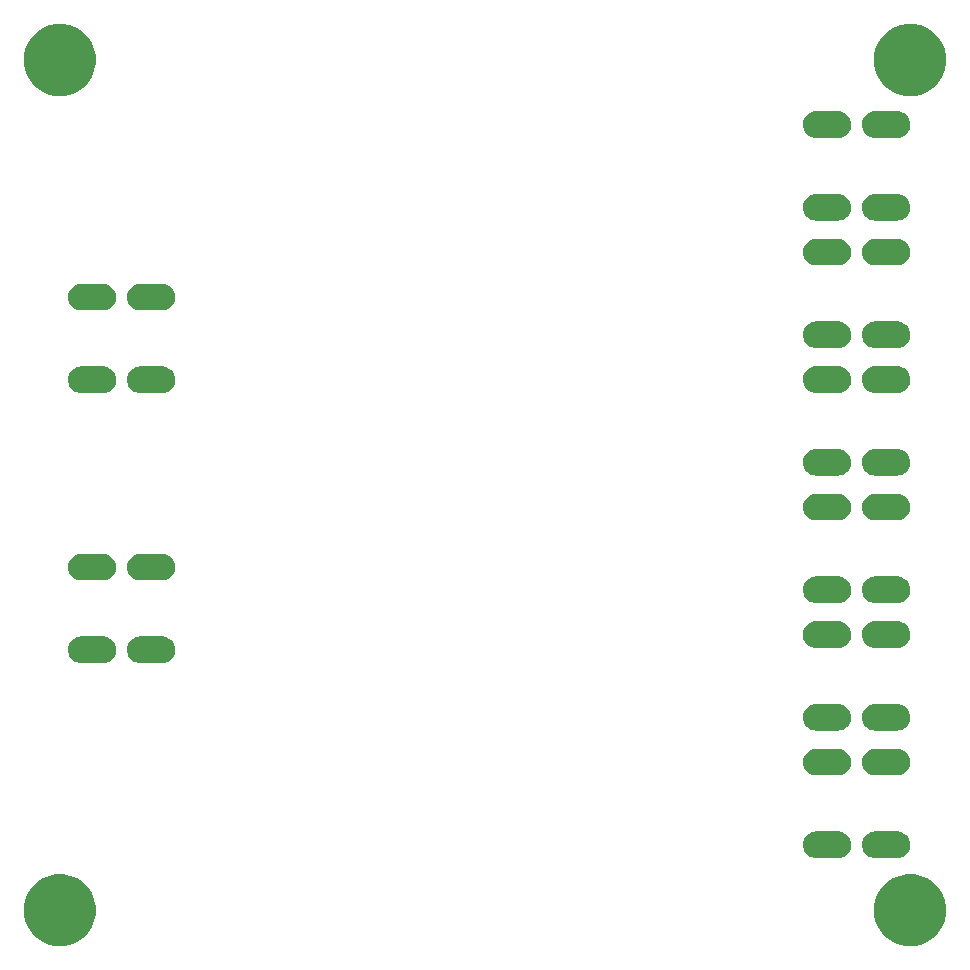
<source format=gbr>
G04 #@! TF.GenerationSoftware,KiCad,Pcbnew,(5.0.2)-1*
G04 #@! TF.CreationDate,2019-05-25T13:24:06-02:30*
G04 #@! TF.ProjectId,PowerPCB,506f7765-7250-4434-922e-6b696361645f,rev?*
G04 #@! TF.SameCoordinates,Original*
G04 #@! TF.FileFunction,Soldermask,Bot*
G04 #@! TF.FilePolarity,Negative*
%FSLAX46Y46*%
G04 Gerber Fmt 4.6, Leading zero omitted, Abs format (unit mm)*
G04 Created by KiCad (PCBNEW (5.0.2)-1) date 5/25/2019 1:24:06 PM*
%MOMM*%
%LPD*%
G01*
G04 APERTURE LIST*
%ADD10C,0.100000*%
G04 APERTURE END LIST*
D10*
G36*
X132889941Y-137066248D02*
X132889943Y-137066249D01*
X132889944Y-137066249D01*
X133445190Y-137296239D01*
X133445191Y-137296240D01*
X133944902Y-137630136D01*
X134369864Y-138055098D01*
X134369866Y-138055101D01*
X134703761Y-138554810D01*
X134933751Y-139110056D01*
X135051000Y-139699503D01*
X135051000Y-140300497D01*
X134933751Y-140889944D01*
X134703761Y-141445190D01*
X134703760Y-141445191D01*
X134369864Y-141944902D01*
X133944902Y-142369864D01*
X133944899Y-142369866D01*
X133445190Y-142703761D01*
X132889944Y-142933751D01*
X132889943Y-142933751D01*
X132889941Y-142933752D01*
X132300499Y-143051000D01*
X131699501Y-143051000D01*
X131110059Y-142933752D01*
X131110057Y-142933751D01*
X131110056Y-142933751D01*
X130554810Y-142703761D01*
X130055101Y-142369866D01*
X130055098Y-142369864D01*
X129630136Y-141944902D01*
X129296240Y-141445191D01*
X129296239Y-141445190D01*
X129066249Y-140889944D01*
X128949000Y-140300497D01*
X128949000Y-139699503D01*
X129066249Y-139110056D01*
X129296239Y-138554810D01*
X129630134Y-138055101D01*
X129630136Y-138055098D01*
X130055098Y-137630136D01*
X130554809Y-137296240D01*
X130554810Y-137296239D01*
X131110056Y-137066249D01*
X131110057Y-137066249D01*
X131110059Y-137066248D01*
X131699501Y-136949000D01*
X132300499Y-136949000D01*
X132889941Y-137066248D01*
X132889941Y-137066248D01*
G37*
G36*
X60889941Y-137066248D02*
X60889943Y-137066249D01*
X60889944Y-137066249D01*
X61445190Y-137296239D01*
X61445191Y-137296240D01*
X61944902Y-137630136D01*
X62369864Y-138055098D01*
X62369866Y-138055101D01*
X62703761Y-138554810D01*
X62933751Y-139110056D01*
X63051000Y-139699503D01*
X63051000Y-140300497D01*
X62933751Y-140889944D01*
X62703761Y-141445190D01*
X62703760Y-141445191D01*
X62369864Y-141944902D01*
X61944902Y-142369864D01*
X61944899Y-142369866D01*
X61445190Y-142703761D01*
X60889944Y-142933751D01*
X60889943Y-142933751D01*
X60889941Y-142933752D01*
X60300499Y-143051000D01*
X59699501Y-143051000D01*
X59110059Y-142933752D01*
X59110057Y-142933751D01*
X59110056Y-142933751D01*
X58554810Y-142703761D01*
X58055101Y-142369866D01*
X58055098Y-142369864D01*
X57630136Y-141944902D01*
X57296240Y-141445191D01*
X57296239Y-141445190D01*
X57066249Y-140889944D01*
X56949000Y-140300497D01*
X56949000Y-139699503D01*
X57066249Y-139110056D01*
X57296239Y-138554810D01*
X57630134Y-138055101D01*
X57630136Y-138055098D01*
X58055098Y-137630136D01*
X58554809Y-137296240D01*
X58554810Y-137296239D01*
X59110056Y-137066249D01*
X59110057Y-137066249D01*
X59110059Y-137066248D01*
X59699501Y-136949000D01*
X60300499Y-136949000D01*
X60889941Y-137066248D01*
X60889941Y-137066248D01*
G37*
G36*
X131005456Y-133329431D02*
X131115735Y-133340292D01*
X131257236Y-133383216D01*
X131327987Y-133404678D01*
X131393190Y-133439530D01*
X131523599Y-133509235D01*
X131695055Y-133649945D01*
X131835765Y-133821401D01*
X131905470Y-133951810D01*
X131940322Y-134017013D01*
X131940322Y-134017014D01*
X132004708Y-134229265D01*
X132026448Y-134450000D01*
X132004708Y-134670735D01*
X131961784Y-134812236D01*
X131940322Y-134882987D01*
X131905470Y-134948190D01*
X131835765Y-135078599D01*
X131695055Y-135250055D01*
X131523599Y-135390765D01*
X131393190Y-135460470D01*
X131327987Y-135495322D01*
X131257236Y-135516784D01*
X131115735Y-135559708D01*
X131005456Y-135570569D01*
X130950317Y-135576000D01*
X128989683Y-135576000D01*
X128934544Y-135570569D01*
X128824265Y-135559708D01*
X128682764Y-135516784D01*
X128612013Y-135495322D01*
X128546810Y-135460470D01*
X128416401Y-135390765D01*
X128244945Y-135250055D01*
X128104235Y-135078599D01*
X128034530Y-134948190D01*
X127999678Y-134882987D01*
X127978216Y-134812236D01*
X127935292Y-134670735D01*
X127913552Y-134450000D01*
X127935292Y-134229265D01*
X127999678Y-134017014D01*
X127999678Y-134017013D01*
X128034530Y-133951810D01*
X128104235Y-133821401D01*
X128244945Y-133649945D01*
X128416401Y-133509235D01*
X128546810Y-133439530D01*
X128612013Y-133404678D01*
X128682764Y-133383216D01*
X128824265Y-133340292D01*
X128934544Y-133329431D01*
X128989683Y-133324000D01*
X130950317Y-133324000D01*
X131005456Y-133329431D01*
X131005456Y-133329431D01*
G37*
G36*
X126005456Y-133329431D02*
X126115735Y-133340292D01*
X126257236Y-133383216D01*
X126327987Y-133404678D01*
X126393190Y-133439530D01*
X126523599Y-133509235D01*
X126695055Y-133649945D01*
X126835765Y-133821401D01*
X126905470Y-133951810D01*
X126940322Y-134017013D01*
X126940322Y-134017014D01*
X127004708Y-134229265D01*
X127026448Y-134450000D01*
X127004708Y-134670735D01*
X126961784Y-134812236D01*
X126940322Y-134882987D01*
X126905470Y-134948190D01*
X126835765Y-135078599D01*
X126695055Y-135250055D01*
X126523599Y-135390765D01*
X126393190Y-135460470D01*
X126327987Y-135495322D01*
X126257236Y-135516784D01*
X126115735Y-135559708D01*
X126005456Y-135570569D01*
X125950317Y-135576000D01*
X123989683Y-135576000D01*
X123934544Y-135570569D01*
X123824265Y-135559708D01*
X123682764Y-135516784D01*
X123612013Y-135495322D01*
X123546810Y-135460470D01*
X123416401Y-135390765D01*
X123244945Y-135250055D01*
X123104235Y-135078599D01*
X123034530Y-134948190D01*
X122999678Y-134882987D01*
X122978216Y-134812236D01*
X122935292Y-134670735D01*
X122913552Y-134450000D01*
X122935292Y-134229265D01*
X122999678Y-134017014D01*
X122999678Y-134017013D01*
X123034530Y-133951810D01*
X123104235Y-133821401D01*
X123244945Y-133649945D01*
X123416401Y-133509235D01*
X123546810Y-133439530D01*
X123612013Y-133404678D01*
X123682764Y-133383216D01*
X123824265Y-133340292D01*
X123934544Y-133329431D01*
X123989683Y-133324000D01*
X125950317Y-133324000D01*
X126005456Y-133329431D01*
X126005456Y-133329431D01*
G37*
G36*
X131005456Y-126329431D02*
X131115735Y-126340292D01*
X131257236Y-126383216D01*
X131327987Y-126404678D01*
X131393190Y-126439530D01*
X131523599Y-126509235D01*
X131695055Y-126649945D01*
X131835765Y-126821401D01*
X131905470Y-126951810D01*
X131940322Y-127017013D01*
X131940322Y-127017014D01*
X132004708Y-127229265D01*
X132026448Y-127450000D01*
X132004708Y-127670735D01*
X131961784Y-127812236D01*
X131940322Y-127882987D01*
X131905470Y-127948190D01*
X131835765Y-128078599D01*
X131695055Y-128250055D01*
X131523599Y-128390765D01*
X131393190Y-128460470D01*
X131327987Y-128495322D01*
X131257236Y-128516784D01*
X131115735Y-128559708D01*
X131005456Y-128570569D01*
X130950317Y-128576000D01*
X128989683Y-128576000D01*
X128934544Y-128570569D01*
X128824265Y-128559708D01*
X128682764Y-128516784D01*
X128612013Y-128495322D01*
X128546810Y-128460470D01*
X128416401Y-128390765D01*
X128244945Y-128250055D01*
X128104235Y-128078599D01*
X128034530Y-127948190D01*
X127999678Y-127882987D01*
X127978216Y-127812236D01*
X127935292Y-127670735D01*
X127913552Y-127450000D01*
X127935292Y-127229265D01*
X127999678Y-127017014D01*
X127999678Y-127017013D01*
X128034530Y-126951810D01*
X128104235Y-126821401D01*
X128244945Y-126649945D01*
X128416401Y-126509235D01*
X128546810Y-126439530D01*
X128612013Y-126404678D01*
X128682764Y-126383216D01*
X128824265Y-126340292D01*
X128934544Y-126329431D01*
X128989683Y-126324000D01*
X130950317Y-126324000D01*
X131005456Y-126329431D01*
X131005456Y-126329431D01*
G37*
G36*
X126005456Y-126329431D02*
X126115735Y-126340292D01*
X126257236Y-126383216D01*
X126327987Y-126404678D01*
X126393190Y-126439530D01*
X126523599Y-126509235D01*
X126695055Y-126649945D01*
X126835765Y-126821401D01*
X126905470Y-126951810D01*
X126940322Y-127017013D01*
X126940322Y-127017014D01*
X127004708Y-127229265D01*
X127026448Y-127450000D01*
X127004708Y-127670735D01*
X126961784Y-127812236D01*
X126940322Y-127882987D01*
X126905470Y-127948190D01*
X126835765Y-128078599D01*
X126695055Y-128250055D01*
X126523599Y-128390765D01*
X126393190Y-128460470D01*
X126327987Y-128495322D01*
X126257236Y-128516784D01*
X126115735Y-128559708D01*
X126005456Y-128570569D01*
X125950317Y-128576000D01*
X123989683Y-128576000D01*
X123934544Y-128570569D01*
X123824265Y-128559708D01*
X123682764Y-128516784D01*
X123612013Y-128495322D01*
X123546810Y-128460470D01*
X123416401Y-128390765D01*
X123244945Y-128250055D01*
X123104235Y-128078599D01*
X123034530Y-127948190D01*
X122999678Y-127882987D01*
X122978216Y-127812236D01*
X122935292Y-127670735D01*
X122913552Y-127450000D01*
X122935292Y-127229265D01*
X122999678Y-127017014D01*
X122999678Y-127017013D01*
X123034530Y-126951810D01*
X123104235Y-126821401D01*
X123244945Y-126649945D01*
X123416401Y-126509235D01*
X123546810Y-126439530D01*
X123612013Y-126404678D01*
X123682764Y-126383216D01*
X123824265Y-126340292D01*
X123934544Y-126329431D01*
X123989683Y-126324000D01*
X125950317Y-126324000D01*
X126005456Y-126329431D01*
X126005456Y-126329431D01*
G37*
G36*
X126005456Y-122534431D02*
X126115735Y-122545292D01*
X126257236Y-122588216D01*
X126327987Y-122609678D01*
X126393190Y-122644530D01*
X126523599Y-122714235D01*
X126695055Y-122854945D01*
X126835765Y-123026401D01*
X126905470Y-123156810D01*
X126940322Y-123222013D01*
X126940322Y-123222014D01*
X127004708Y-123434265D01*
X127026448Y-123655000D01*
X127004708Y-123875735D01*
X126961784Y-124017236D01*
X126940322Y-124087987D01*
X126905470Y-124153190D01*
X126835765Y-124283599D01*
X126695055Y-124455055D01*
X126523599Y-124595765D01*
X126393190Y-124665470D01*
X126327987Y-124700322D01*
X126257236Y-124721784D01*
X126115735Y-124764708D01*
X126005456Y-124775569D01*
X125950317Y-124781000D01*
X123989683Y-124781000D01*
X123934544Y-124775569D01*
X123824265Y-124764708D01*
X123682764Y-124721784D01*
X123612013Y-124700322D01*
X123546810Y-124665470D01*
X123416401Y-124595765D01*
X123244945Y-124455055D01*
X123104235Y-124283599D01*
X123034530Y-124153190D01*
X122999678Y-124087987D01*
X122978216Y-124017236D01*
X122935292Y-123875735D01*
X122913552Y-123655000D01*
X122935292Y-123434265D01*
X122999678Y-123222014D01*
X122999678Y-123222013D01*
X123034530Y-123156810D01*
X123104235Y-123026401D01*
X123244945Y-122854945D01*
X123416401Y-122714235D01*
X123546810Y-122644530D01*
X123612013Y-122609678D01*
X123682764Y-122588216D01*
X123824265Y-122545292D01*
X123934544Y-122534431D01*
X123989683Y-122529000D01*
X125950317Y-122529000D01*
X126005456Y-122534431D01*
X126005456Y-122534431D01*
G37*
G36*
X131005456Y-122534431D02*
X131115735Y-122545292D01*
X131257236Y-122588216D01*
X131327987Y-122609678D01*
X131393190Y-122644530D01*
X131523599Y-122714235D01*
X131695055Y-122854945D01*
X131835765Y-123026401D01*
X131905470Y-123156810D01*
X131940322Y-123222013D01*
X131940322Y-123222014D01*
X132004708Y-123434265D01*
X132026448Y-123655000D01*
X132004708Y-123875735D01*
X131961784Y-124017236D01*
X131940322Y-124087987D01*
X131905470Y-124153190D01*
X131835765Y-124283599D01*
X131695055Y-124455055D01*
X131523599Y-124595765D01*
X131393190Y-124665470D01*
X131327987Y-124700322D01*
X131257236Y-124721784D01*
X131115735Y-124764708D01*
X131005456Y-124775569D01*
X130950317Y-124781000D01*
X128989683Y-124781000D01*
X128934544Y-124775569D01*
X128824265Y-124764708D01*
X128682764Y-124721784D01*
X128612013Y-124700322D01*
X128546810Y-124665470D01*
X128416401Y-124595765D01*
X128244945Y-124455055D01*
X128104235Y-124283599D01*
X128034530Y-124153190D01*
X127999678Y-124087987D01*
X127978216Y-124017236D01*
X127935292Y-123875735D01*
X127913552Y-123655000D01*
X127935292Y-123434265D01*
X127999678Y-123222014D01*
X127999678Y-123222013D01*
X128034530Y-123156810D01*
X128104235Y-123026401D01*
X128244945Y-122854945D01*
X128416401Y-122714235D01*
X128546810Y-122644530D01*
X128612013Y-122609678D01*
X128682764Y-122588216D01*
X128824265Y-122545292D01*
X128934544Y-122534431D01*
X128989683Y-122529000D01*
X130950317Y-122529000D01*
X131005456Y-122534431D01*
X131005456Y-122534431D01*
G37*
G36*
X68775456Y-116819431D02*
X68885735Y-116830292D01*
X69027236Y-116873216D01*
X69097987Y-116894678D01*
X69163190Y-116929530D01*
X69293599Y-116999235D01*
X69465055Y-117139945D01*
X69605765Y-117311401D01*
X69675470Y-117441810D01*
X69710322Y-117507013D01*
X69710322Y-117507014D01*
X69774708Y-117719265D01*
X69796448Y-117940000D01*
X69774708Y-118160735D01*
X69731784Y-118302236D01*
X69710322Y-118372987D01*
X69675470Y-118438190D01*
X69605765Y-118568599D01*
X69465055Y-118740055D01*
X69293599Y-118880765D01*
X69163190Y-118950470D01*
X69097987Y-118985322D01*
X69027236Y-119006784D01*
X68885735Y-119049708D01*
X68775456Y-119060569D01*
X68720317Y-119066000D01*
X66759683Y-119066000D01*
X66704544Y-119060569D01*
X66594265Y-119049708D01*
X66452764Y-119006784D01*
X66382013Y-118985322D01*
X66316810Y-118950470D01*
X66186401Y-118880765D01*
X66014945Y-118740055D01*
X65874235Y-118568599D01*
X65804530Y-118438190D01*
X65769678Y-118372987D01*
X65748216Y-118302236D01*
X65705292Y-118160735D01*
X65683552Y-117940000D01*
X65705292Y-117719265D01*
X65769678Y-117507014D01*
X65769678Y-117507013D01*
X65804530Y-117441810D01*
X65874235Y-117311401D01*
X66014945Y-117139945D01*
X66186401Y-116999235D01*
X66316810Y-116929530D01*
X66382013Y-116894678D01*
X66452764Y-116873216D01*
X66594265Y-116830292D01*
X66704544Y-116819431D01*
X66759683Y-116814000D01*
X68720317Y-116814000D01*
X68775456Y-116819431D01*
X68775456Y-116819431D01*
G37*
G36*
X63775456Y-116819431D02*
X63885735Y-116830292D01*
X64027236Y-116873216D01*
X64097987Y-116894678D01*
X64163190Y-116929530D01*
X64293599Y-116999235D01*
X64465055Y-117139945D01*
X64605765Y-117311401D01*
X64675470Y-117441810D01*
X64710322Y-117507013D01*
X64710322Y-117507014D01*
X64774708Y-117719265D01*
X64796448Y-117940000D01*
X64774708Y-118160735D01*
X64731784Y-118302236D01*
X64710322Y-118372987D01*
X64675470Y-118438190D01*
X64605765Y-118568599D01*
X64465055Y-118740055D01*
X64293599Y-118880765D01*
X64163190Y-118950470D01*
X64097987Y-118985322D01*
X64027236Y-119006784D01*
X63885735Y-119049708D01*
X63775456Y-119060569D01*
X63720317Y-119066000D01*
X61759683Y-119066000D01*
X61704544Y-119060569D01*
X61594265Y-119049708D01*
X61452764Y-119006784D01*
X61382013Y-118985322D01*
X61316810Y-118950470D01*
X61186401Y-118880765D01*
X61014945Y-118740055D01*
X60874235Y-118568599D01*
X60804530Y-118438190D01*
X60769678Y-118372987D01*
X60748216Y-118302236D01*
X60705292Y-118160735D01*
X60683552Y-117940000D01*
X60705292Y-117719265D01*
X60769678Y-117507014D01*
X60769678Y-117507013D01*
X60804530Y-117441810D01*
X60874235Y-117311401D01*
X61014945Y-117139945D01*
X61186401Y-116999235D01*
X61316810Y-116929530D01*
X61382013Y-116894678D01*
X61452764Y-116873216D01*
X61594265Y-116830292D01*
X61704544Y-116819431D01*
X61759683Y-116814000D01*
X63720317Y-116814000D01*
X63775456Y-116819431D01*
X63775456Y-116819431D01*
G37*
G36*
X131005456Y-115534431D02*
X131115735Y-115545292D01*
X131257236Y-115588216D01*
X131327987Y-115609678D01*
X131393190Y-115644530D01*
X131523599Y-115714235D01*
X131695055Y-115854945D01*
X131835765Y-116026401D01*
X131905470Y-116156810D01*
X131940322Y-116222013D01*
X131940322Y-116222014D01*
X132004708Y-116434265D01*
X132026448Y-116655000D01*
X132004708Y-116875735D01*
X131967244Y-116999235D01*
X131940322Y-117087987D01*
X131905470Y-117153190D01*
X131835765Y-117283599D01*
X131695055Y-117455055D01*
X131523599Y-117595765D01*
X131393190Y-117665470D01*
X131327987Y-117700322D01*
X131265540Y-117719265D01*
X131115735Y-117764708D01*
X131005456Y-117775569D01*
X130950317Y-117781000D01*
X128989683Y-117781000D01*
X128934544Y-117775569D01*
X128824265Y-117764708D01*
X128674460Y-117719265D01*
X128612013Y-117700322D01*
X128546810Y-117665470D01*
X128416401Y-117595765D01*
X128244945Y-117455055D01*
X128104235Y-117283599D01*
X128034530Y-117153190D01*
X127999678Y-117087987D01*
X127972756Y-116999235D01*
X127935292Y-116875735D01*
X127913552Y-116655000D01*
X127935292Y-116434265D01*
X127999678Y-116222014D01*
X127999678Y-116222013D01*
X128034530Y-116156810D01*
X128104235Y-116026401D01*
X128244945Y-115854945D01*
X128416401Y-115714235D01*
X128546810Y-115644530D01*
X128612013Y-115609678D01*
X128682764Y-115588216D01*
X128824265Y-115545292D01*
X128934544Y-115534431D01*
X128989683Y-115529000D01*
X130950317Y-115529000D01*
X131005456Y-115534431D01*
X131005456Y-115534431D01*
G37*
G36*
X126005456Y-115534431D02*
X126115735Y-115545292D01*
X126257236Y-115588216D01*
X126327987Y-115609678D01*
X126393190Y-115644530D01*
X126523599Y-115714235D01*
X126695055Y-115854945D01*
X126835765Y-116026401D01*
X126905470Y-116156810D01*
X126940322Y-116222013D01*
X126940322Y-116222014D01*
X127004708Y-116434265D01*
X127026448Y-116655000D01*
X127004708Y-116875735D01*
X126967244Y-116999235D01*
X126940322Y-117087987D01*
X126905470Y-117153190D01*
X126835765Y-117283599D01*
X126695055Y-117455055D01*
X126523599Y-117595765D01*
X126393190Y-117665470D01*
X126327987Y-117700322D01*
X126265540Y-117719265D01*
X126115735Y-117764708D01*
X126005456Y-117775569D01*
X125950317Y-117781000D01*
X123989683Y-117781000D01*
X123934544Y-117775569D01*
X123824265Y-117764708D01*
X123674460Y-117719265D01*
X123612013Y-117700322D01*
X123546810Y-117665470D01*
X123416401Y-117595765D01*
X123244945Y-117455055D01*
X123104235Y-117283599D01*
X123034530Y-117153190D01*
X122999678Y-117087987D01*
X122972756Y-116999235D01*
X122935292Y-116875735D01*
X122913552Y-116655000D01*
X122935292Y-116434265D01*
X122999678Y-116222014D01*
X122999678Y-116222013D01*
X123034530Y-116156810D01*
X123104235Y-116026401D01*
X123244945Y-115854945D01*
X123416401Y-115714235D01*
X123546810Y-115644530D01*
X123612013Y-115609678D01*
X123682764Y-115588216D01*
X123824265Y-115545292D01*
X123934544Y-115534431D01*
X123989683Y-115529000D01*
X125950317Y-115529000D01*
X126005456Y-115534431D01*
X126005456Y-115534431D01*
G37*
G36*
X126005456Y-111739431D02*
X126115735Y-111750292D01*
X126257236Y-111793216D01*
X126327987Y-111814678D01*
X126393190Y-111849530D01*
X126523599Y-111919235D01*
X126695055Y-112059945D01*
X126835765Y-112231401D01*
X126905470Y-112361810D01*
X126940322Y-112427013D01*
X126940322Y-112427014D01*
X127004708Y-112639265D01*
X127026448Y-112860000D01*
X127004708Y-113080735D01*
X126961784Y-113222236D01*
X126940322Y-113292987D01*
X126905470Y-113358190D01*
X126835765Y-113488599D01*
X126695055Y-113660055D01*
X126523599Y-113800765D01*
X126393190Y-113870470D01*
X126327987Y-113905322D01*
X126257236Y-113926784D01*
X126115735Y-113969708D01*
X126005456Y-113980569D01*
X125950317Y-113986000D01*
X123989683Y-113986000D01*
X123934544Y-113980569D01*
X123824265Y-113969708D01*
X123682764Y-113926784D01*
X123612013Y-113905322D01*
X123546810Y-113870470D01*
X123416401Y-113800765D01*
X123244945Y-113660055D01*
X123104235Y-113488599D01*
X123034530Y-113358190D01*
X122999678Y-113292987D01*
X122978216Y-113222236D01*
X122935292Y-113080735D01*
X122913552Y-112860000D01*
X122935292Y-112639265D01*
X122999678Y-112427014D01*
X122999678Y-112427013D01*
X123034530Y-112361810D01*
X123104235Y-112231401D01*
X123244945Y-112059945D01*
X123416401Y-111919235D01*
X123546810Y-111849530D01*
X123612013Y-111814678D01*
X123682764Y-111793216D01*
X123824265Y-111750292D01*
X123934544Y-111739431D01*
X123989683Y-111734000D01*
X125950317Y-111734000D01*
X126005456Y-111739431D01*
X126005456Y-111739431D01*
G37*
G36*
X131005456Y-111739431D02*
X131115735Y-111750292D01*
X131257236Y-111793216D01*
X131327987Y-111814678D01*
X131393190Y-111849530D01*
X131523599Y-111919235D01*
X131695055Y-112059945D01*
X131835765Y-112231401D01*
X131905470Y-112361810D01*
X131940322Y-112427013D01*
X131940322Y-112427014D01*
X132004708Y-112639265D01*
X132026448Y-112860000D01*
X132004708Y-113080735D01*
X131961784Y-113222236D01*
X131940322Y-113292987D01*
X131905470Y-113358190D01*
X131835765Y-113488599D01*
X131695055Y-113660055D01*
X131523599Y-113800765D01*
X131393190Y-113870470D01*
X131327987Y-113905322D01*
X131257236Y-113926784D01*
X131115735Y-113969708D01*
X131005456Y-113980569D01*
X130950317Y-113986000D01*
X128989683Y-113986000D01*
X128934544Y-113980569D01*
X128824265Y-113969708D01*
X128682764Y-113926784D01*
X128612013Y-113905322D01*
X128546810Y-113870470D01*
X128416401Y-113800765D01*
X128244945Y-113660055D01*
X128104235Y-113488599D01*
X128034530Y-113358190D01*
X127999678Y-113292987D01*
X127978216Y-113222236D01*
X127935292Y-113080735D01*
X127913552Y-112860000D01*
X127935292Y-112639265D01*
X127999678Y-112427014D01*
X127999678Y-112427013D01*
X128034530Y-112361810D01*
X128104235Y-112231401D01*
X128244945Y-112059945D01*
X128416401Y-111919235D01*
X128546810Y-111849530D01*
X128612013Y-111814678D01*
X128682764Y-111793216D01*
X128824265Y-111750292D01*
X128934544Y-111739431D01*
X128989683Y-111734000D01*
X130950317Y-111734000D01*
X131005456Y-111739431D01*
X131005456Y-111739431D01*
G37*
G36*
X68775456Y-109819431D02*
X68885735Y-109830292D01*
X69027236Y-109873216D01*
X69097987Y-109894678D01*
X69163190Y-109929530D01*
X69293599Y-109999235D01*
X69465055Y-110139945D01*
X69605765Y-110311401D01*
X69675470Y-110441810D01*
X69710322Y-110507013D01*
X69710322Y-110507014D01*
X69774708Y-110719265D01*
X69796448Y-110940000D01*
X69774708Y-111160735D01*
X69731784Y-111302236D01*
X69710322Y-111372987D01*
X69675470Y-111438190D01*
X69605765Y-111568599D01*
X69465055Y-111740055D01*
X69293599Y-111880765D01*
X69221626Y-111919235D01*
X69097987Y-111985322D01*
X69027236Y-112006784D01*
X68885735Y-112049708D01*
X68781795Y-112059945D01*
X68720317Y-112066000D01*
X66759683Y-112066000D01*
X66698205Y-112059945D01*
X66594265Y-112049708D01*
X66452764Y-112006784D01*
X66382013Y-111985322D01*
X66258374Y-111919235D01*
X66186401Y-111880765D01*
X66014945Y-111740055D01*
X65874235Y-111568599D01*
X65804530Y-111438190D01*
X65769678Y-111372987D01*
X65748216Y-111302236D01*
X65705292Y-111160735D01*
X65683552Y-110940000D01*
X65705292Y-110719265D01*
X65769678Y-110507014D01*
X65769678Y-110507013D01*
X65804530Y-110441810D01*
X65874235Y-110311401D01*
X66014945Y-110139945D01*
X66186401Y-109999235D01*
X66316810Y-109929530D01*
X66382013Y-109894678D01*
X66452764Y-109873216D01*
X66594265Y-109830292D01*
X66704544Y-109819431D01*
X66759683Y-109814000D01*
X68720317Y-109814000D01*
X68775456Y-109819431D01*
X68775456Y-109819431D01*
G37*
G36*
X63775456Y-109819431D02*
X63885735Y-109830292D01*
X64027236Y-109873216D01*
X64097987Y-109894678D01*
X64163190Y-109929530D01*
X64293599Y-109999235D01*
X64465055Y-110139945D01*
X64605765Y-110311401D01*
X64675470Y-110441810D01*
X64710322Y-110507013D01*
X64710322Y-110507014D01*
X64774708Y-110719265D01*
X64796448Y-110940000D01*
X64774708Y-111160735D01*
X64731784Y-111302236D01*
X64710322Y-111372987D01*
X64675470Y-111438190D01*
X64605765Y-111568599D01*
X64465055Y-111740055D01*
X64293599Y-111880765D01*
X64221626Y-111919235D01*
X64097987Y-111985322D01*
X64027236Y-112006784D01*
X63885735Y-112049708D01*
X63781795Y-112059945D01*
X63720317Y-112066000D01*
X61759683Y-112066000D01*
X61698205Y-112059945D01*
X61594265Y-112049708D01*
X61452764Y-112006784D01*
X61382013Y-111985322D01*
X61258374Y-111919235D01*
X61186401Y-111880765D01*
X61014945Y-111740055D01*
X60874235Y-111568599D01*
X60804530Y-111438190D01*
X60769678Y-111372987D01*
X60748216Y-111302236D01*
X60705292Y-111160735D01*
X60683552Y-110940000D01*
X60705292Y-110719265D01*
X60769678Y-110507014D01*
X60769678Y-110507013D01*
X60804530Y-110441810D01*
X60874235Y-110311401D01*
X61014945Y-110139945D01*
X61186401Y-109999235D01*
X61316810Y-109929530D01*
X61382013Y-109894678D01*
X61452764Y-109873216D01*
X61594265Y-109830292D01*
X61704544Y-109819431D01*
X61759683Y-109814000D01*
X63720317Y-109814000D01*
X63775456Y-109819431D01*
X63775456Y-109819431D01*
G37*
G36*
X131005456Y-104739431D02*
X131115735Y-104750292D01*
X131257236Y-104793216D01*
X131327987Y-104814678D01*
X131393190Y-104849530D01*
X131523599Y-104919235D01*
X131695055Y-105059945D01*
X131835765Y-105231401D01*
X131905470Y-105361810D01*
X131940322Y-105427013D01*
X131940322Y-105427014D01*
X132004708Y-105639265D01*
X132026448Y-105860000D01*
X132004708Y-106080735D01*
X131961784Y-106222236D01*
X131940322Y-106292987D01*
X131905470Y-106358190D01*
X131835765Y-106488599D01*
X131695055Y-106660055D01*
X131523599Y-106800765D01*
X131393190Y-106870470D01*
X131327987Y-106905322D01*
X131257236Y-106926784D01*
X131115735Y-106969708D01*
X131005456Y-106980569D01*
X130950317Y-106986000D01*
X128989683Y-106986000D01*
X128934544Y-106980569D01*
X128824265Y-106969708D01*
X128682764Y-106926784D01*
X128612013Y-106905322D01*
X128546810Y-106870470D01*
X128416401Y-106800765D01*
X128244945Y-106660055D01*
X128104235Y-106488599D01*
X128034530Y-106358190D01*
X127999678Y-106292987D01*
X127978216Y-106222236D01*
X127935292Y-106080735D01*
X127913552Y-105860000D01*
X127935292Y-105639265D01*
X127999678Y-105427014D01*
X127999678Y-105427013D01*
X128034530Y-105361810D01*
X128104235Y-105231401D01*
X128244945Y-105059945D01*
X128416401Y-104919235D01*
X128546810Y-104849530D01*
X128612013Y-104814678D01*
X128682764Y-104793216D01*
X128824265Y-104750292D01*
X128934544Y-104739431D01*
X128989683Y-104734000D01*
X130950317Y-104734000D01*
X131005456Y-104739431D01*
X131005456Y-104739431D01*
G37*
G36*
X126005456Y-104739431D02*
X126115735Y-104750292D01*
X126257236Y-104793216D01*
X126327987Y-104814678D01*
X126393190Y-104849530D01*
X126523599Y-104919235D01*
X126695055Y-105059945D01*
X126835765Y-105231401D01*
X126905470Y-105361810D01*
X126940322Y-105427013D01*
X126940322Y-105427014D01*
X127004708Y-105639265D01*
X127026448Y-105860000D01*
X127004708Y-106080735D01*
X126961784Y-106222236D01*
X126940322Y-106292987D01*
X126905470Y-106358190D01*
X126835765Y-106488599D01*
X126695055Y-106660055D01*
X126523599Y-106800765D01*
X126393190Y-106870470D01*
X126327987Y-106905322D01*
X126257236Y-106926784D01*
X126115735Y-106969708D01*
X126005456Y-106980569D01*
X125950317Y-106986000D01*
X123989683Y-106986000D01*
X123934544Y-106980569D01*
X123824265Y-106969708D01*
X123682764Y-106926784D01*
X123612013Y-106905322D01*
X123546810Y-106870470D01*
X123416401Y-106800765D01*
X123244945Y-106660055D01*
X123104235Y-106488599D01*
X123034530Y-106358190D01*
X122999678Y-106292987D01*
X122978216Y-106222236D01*
X122935292Y-106080735D01*
X122913552Y-105860000D01*
X122935292Y-105639265D01*
X122999678Y-105427014D01*
X122999678Y-105427013D01*
X123034530Y-105361810D01*
X123104235Y-105231401D01*
X123244945Y-105059945D01*
X123416401Y-104919235D01*
X123546810Y-104849530D01*
X123612013Y-104814678D01*
X123682764Y-104793216D01*
X123824265Y-104750292D01*
X123934544Y-104739431D01*
X123989683Y-104734000D01*
X125950317Y-104734000D01*
X126005456Y-104739431D01*
X126005456Y-104739431D01*
G37*
G36*
X131005456Y-100944431D02*
X131115735Y-100955292D01*
X131257236Y-100998216D01*
X131327987Y-101019678D01*
X131393190Y-101054530D01*
X131523599Y-101124235D01*
X131695055Y-101264945D01*
X131835765Y-101436401D01*
X131905470Y-101566810D01*
X131940322Y-101632013D01*
X131940322Y-101632014D01*
X132004708Y-101844265D01*
X132026448Y-102065000D01*
X132004708Y-102285735D01*
X131961784Y-102427236D01*
X131940322Y-102497987D01*
X131905470Y-102563190D01*
X131835765Y-102693599D01*
X131695055Y-102865055D01*
X131523599Y-103005765D01*
X131393190Y-103075470D01*
X131327987Y-103110322D01*
X131257236Y-103131784D01*
X131115735Y-103174708D01*
X131005456Y-103185569D01*
X130950317Y-103191000D01*
X128989683Y-103191000D01*
X128934544Y-103185569D01*
X128824265Y-103174708D01*
X128682764Y-103131784D01*
X128612013Y-103110322D01*
X128546810Y-103075470D01*
X128416401Y-103005765D01*
X128244945Y-102865055D01*
X128104235Y-102693599D01*
X128034530Y-102563190D01*
X127999678Y-102497987D01*
X127978216Y-102427236D01*
X127935292Y-102285735D01*
X127913552Y-102065000D01*
X127935292Y-101844265D01*
X127999678Y-101632014D01*
X127999678Y-101632013D01*
X128034530Y-101566810D01*
X128104235Y-101436401D01*
X128244945Y-101264945D01*
X128416401Y-101124235D01*
X128546810Y-101054530D01*
X128612013Y-101019678D01*
X128682764Y-100998216D01*
X128824265Y-100955292D01*
X128934544Y-100944431D01*
X128989683Y-100939000D01*
X130950317Y-100939000D01*
X131005456Y-100944431D01*
X131005456Y-100944431D01*
G37*
G36*
X126005456Y-100944431D02*
X126115735Y-100955292D01*
X126257236Y-100998216D01*
X126327987Y-101019678D01*
X126393190Y-101054530D01*
X126523599Y-101124235D01*
X126695055Y-101264945D01*
X126835765Y-101436401D01*
X126905470Y-101566810D01*
X126940322Y-101632013D01*
X126940322Y-101632014D01*
X127004708Y-101844265D01*
X127026448Y-102065000D01*
X127004708Y-102285735D01*
X126961784Y-102427236D01*
X126940322Y-102497987D01*
X126905470Y-102563190D01*
X126835765Y-102693599D01*
X126695055Y-102865055D01*
X126523599Y-103005765D01*
X126393190Y-103075470D01*
X126327987Y-103110322D01*
X126257236Y-103131784D01*
X126115735Y-103174708D01*
X126005456Y-103185569D01*
X125950317Y-103191000D01*
X123989683Y-103191000D01*
X123934544Y-103185569D01*
X123824265Y-103174708D01*
X123682764Y-103131784D01*
X123612013Y-103110322D01*
X123546810Y-103075470D01*
X123416401Y-103005765D01*
X123244945Y-102865055D01*
X123104235Y-102693599D01*
X123034530Y-102563190D01*
X122999678Y-102497987D01*
X122978216Y-102427236D01*
X122935292Y-102285735D01*
X122913552Y-102065000D01*
X122935292Y-101844265D01*
X122999678Y-101632014D01*
X122999678Y-101632013D01*
X123034530Y-101566810D01*
X123104235Y-101436401D01*
X123244945Y-101264945D01*
X123416401Y-101124235D01*
X123546810Y-101054530D01*
X123612013Y-101019678D01*
X123682764Y-100998216D01*
X123824265Y-100955292D01*
X123934544Y-100944431D01*
X123989683Y-100939000D01*
X125950317Y-100939000D01*
X126005456Y-100944431D01*
X126005456Y-100944431D01*
G37*
G36*
X63775456Y-93959431D02*
X63885735Y-93970292D01*
X64027236Y-94013216D01*
X64097987Y-94034678D01*
X64163190Y-94069530D01*
X64293599Y-94139235D01*
X64465055Y-94279945D01*
X64605765Y-94451401D01*
X64675470Y-94581810D01*
X64710322Y-94647013D01*
X64710322Y-94647014D01*
X64774708Y-94859265D01*
X64796448Y-95080000D01*
X64774708Y-95300735D01*
X64731784Y-95442236D01*
X64710322Y-95512987D01*
X64675470Y-95578190D01*
X64605765Y-95708599D01*
X64465055Y-95880055D01*
X64293599Y-96020765D01*
X64163190Y-96090470D01*
X64097987Y-96125322D01*
X64027236Y-96146784D01*
X63885735Y-96189708D01*
X63775456Y-96200569D01*
X63720317Y-96206000D01*
X61759683Y-96206000D01*
X61704544Y-96200569D01*
X61594265Y-96189708D01*
X61452764Y-96146784D01*
X61382013Y-96125322D01*
X61316810Y-96090470D01*
X61186401Y-96020765D01*
X61014945Y-95880055D01*
X60874235Y-95708599D01*
X60804530Y-95578190D01*
X60769678Y-95512987D01*
X60748216Y-95442236D01*
X60705292Y-95300735D01*
X60683552Y-95080000D01*
X60705292Y-94859265D01*
X60769678Y-94647014D01*
X60769678Y-94647013D01*
X60804530Y-94581810D01*
X60874235Y-94451401D01*
X61014945Y-94279945D01*
X61186401Y-94139235D01*
X61316810Y-94069530D01*
X61382013Y-94034678D01*
X61452764Y-94013216D01*
X61594265Y-93970292D01*
X61704544Y-93959431D01*
X61759683Y-93954000D01*
X63720317Y-93954000D01*
X63775456Y-93959431D01*
X63775456Y-93959431D01*
G37*
G36*
X68775456Y-93959431D02*
X68885735Y-93970292D01*
X69027236Y-94013216D01*
X69097987Y-94034678D01*
X69163190Y-94069530D01*
X69293599Y-94139235D01*
X69465055Y-94279945D01*
X69605765Y-94451401D01*
X69675470Y-94581810D01*
X69710322Y-94647013D01*
X69710322Y-94647014D01*
X69774708Y-94859265D01*
X69796448Y-95080000D01*
X69774708Y-95300735D01*
X69731784Y-95442236D01*
X69710322Y-95512987D01*
X69675470Y-95578190D01*
X69605765Y-95708599D01*
X69465055Y-95880055D01*
X69293599Y-96020765D01*
X69163190Y-96090470D01*
X69097987Y-96125322D01*
X69027236Y-96146784D01*
X68885735Y-96189708D01*
X68775456Y-96200569D01*
X68720317Y-96206000D01*
X66759683Y-96206000D01*
X66704544Y-96200569D01*
X66594265Y-96189708D01*
X66452764Y-96146784D01*
X66382013Y-96125322D01*
X66316810Y-96090470D01*
X66186401Y-96020765D01*
X66014945Y-95880055D01*
X65874235Y-95708599D01*
X65804530Y-95578190D01*
X65769678Y-95512987D01*
X65748216Y-95442236D01*
X65705292Y-95300735D01*
X65683552Y-95080000D01*
X65705292Y-94859265D01*
X65769678Y-94647014D01*
X65769678Y-94647013D01*
X65804530Y-94581810D01*
X65874235Y-94451401D01*
X66014945Y-94279945D01*
X66186401Y-94139235D01*
X66316810Y-94069530D01*
X66382013Y-94034678D01*
X66452764Y-94013216D01*
X66594265Y-93970292D01*
X66704544Y-93959431D01*
X66759683Y-93954000D01*
X68720317Y-93954000D01*
X68775456Y-93959431D01*
X68775456Y-93959431D01*
G37*
G36*
X126005456Y-93944431D02*
X126115735Y-93955292D01*
X126257236Y-93998216D01*
X126327987Y-94019678D01*
X126393190Y-94054530D01*
X126523599Y-94124235D01*
X126695055Y-94264945D01*
X126835765Y-94436401D01*
X126905470Y-94566810D01*
X126940322Y-94632013D01*
X126940322Y-94632014D01*
X127004708Y-94844265D01*
X127026448Y-95065000D01*
X127004708Y-95285735D01*
X126961784Y-95427236D01*
X126940322Y-95497987D01*
X126932304Y-95512987D01*
X126835765Y-95693599D01*
X126695055Y-95865055D01*
X126523599Y-96005765D01*
X126393190Y-96075470D01*
X126327987Y-96110322D01*
X126278538Y-96125322D01*
X126115735Y-96174708D01*
X126005456Y-96185569D01*
X125950317Y-96191000D01*
X123989683Y-96191000D01*
X123934544Y-96185569D01*
X123824265Y-96174708D01*
X123661462Y-96125322D01*
X123612013Y-96110322D01*
X123546810Y-96075470D01*
X123416401Y-96005765D01*
X123244945Y-95865055D01*
X123104235Y-95693599D01*
X123007696Y-95512987D01*
X122999678Y-95497987D01*
X122978216Y-95427236D01*
X122935292Y-95285735D01*
X122913552Y-95065000D01*
X122935292Y-94844265D01*
X122999678Y-94632014D01*
X122999678Y-94632013D01*
X123034530Y-94566810D01*
X123104235Y-94436401D01*
X123244945Y-94264945D01*
X123416401Y-94124235D01*
X123546810Y-94054530D01*
X123612013Y-94019678D01*
X123682764Y-93998216D01*
X123824265Y-93955292D01*
X123934544Y-93944431D01*
X123989683Y-93939000D01*
X125950317Y-93939000D01*
X126005456Y-93944431D01*
X126005456Y-93944431D01*
G37*
G36*
X131005456Y-93944431D02*
X131115735Y-93955292D01*
X131257236Y-93998216D01*
X131327987Y-94019678D01*
X131393190Y-94054530D01*
X131523599Y-94124235D01*
X131695055Y-94264945D01*
X131835765Y-94436401D01*
X131905470Y-94566810D01*
X131940322Y-94632013D01*
X131940322Y-94632014D01*
X132004708Y-94844265D01*
X132026448Y-95065000D01*
X132004708Y-95285735D01*
X131961784Y-95427236D01*
X131940322Y-95497987D01*
X131932304Y-95512987D01*
X131835765Y-95693599D01*
X131695055Y-95865055D01*
X131523599Y-96005765D01*
X131393190Y-96075470D01*
X131327987Y-96110322D01*
X131278538Y-96125322D01*
X131115735Y-96174708D01*
X131005456Y-96185569D01*
X130950317Y-96191000D01*
X128989683Y-96191000D01*
X128934544Y-96185569D01*
X128824265Y-96174708D01*
X128661462Y-96125322D01*
X128612013Y-96110322D01*
X128546810Y-96075470D01*
X128416401Y-96005765D01*
X128244945Y-95865055D01*
X128104235Y-95693599D01*
X128007696Y-95512987D01*
X127999678Y-95497987D01*
X127978216Y-95427236D01*
X127935292Y-95285735D01*
X127913552Y-95065000D01*
X127935292Y-94844265D01*
X127999678Y-94632014D01*
X127999678Y-94632013D01*
X128034530Y-94566810D01*
X128104235Y-94436401D01*
X128244945Y-94264945D01*
X128416401Y-94124235D01*
X128546810Y-94054530D01*
X128612013Y-94019678D01*
X128682764Y-93998216D01*
X128824265Y-93955292D01*
X128934544Y-93944431D01*
X128989683Y-93939000D01*
X130950317Y-93939000D01*
X131005456Y-93944431D01*
X131005456Y-93944431D01*
G37*
G36*
X131005456Y-90149431D02*
X131115735Y-90160292D01*
X131257236Y-90203216D01*
X131327987Y-90224678D01*
X131393190Y-90259530D01*
X131523599Y-90329235D01*
X131695055Y-90469945D01*
X131835765Y-90641401D01*
X131905470Y-90771810D01*
X131940322Y-90837013D01*
X131940322Y-90837014D01*
X132004708Y-91049265D01*
X132026448Y-91270000D01*
X132004708Y-91490735D01*
X131961784Y-91632236D01*
X131940322Y-91702987D01*
X131905470Y-91768190D01*
X131835765Y-91898599D01*
X131695055Y-92070055D01*
X131523599Y-92210765D01*
X131393190Y-92280470D01*
X131327987Y-92315322D01*
X131257236Y-92336784D01*
X131115735Y-92379708D01*
X131005456Y-92390569D01*
X130950317Y-92396000D01*
X128989683Y-92396000D01*
X128934544Y-92390569D01*
X128824265Y-92379708D01*
X128682764Y-92336784D01*
X128612013Y-92315322D01*
X128546810Y-92280470D01*
X128416401Y-92210765D01*
X128244945Y-92070055D01*
X128104235Y-91898599D01*
X128034530Y-91768190D01*
X127999678Y-91702987D01*
X127978216Y-91632236D01*
X127935292Y-91490735D01*
X127913552Y-91270000D01*
X127935292Y-91049265D01*
X127999678Y-90837014D01*
X127999678Y-90837013D01*
X128034530Y-90771810D01*
X128104235Y-90641401D01*
X128244945Y-90469945D01*
X128416401Y-90329235D01*
X128546810Y-90259530D01*
X128612013Y-90224678D01*
X128682764Y-90203216D01*
X128824265Y-90160292D01*
X128934544Y-90149431D01*
X128989683Y-90144000D01*
X130950317Y-90144000D01*
X131005456Y-90149431D01*
X131005456Y-90149431D01*
G37*
G36*
X126005456Y-90149431D02*
X126115735Y-90160292D01*
X126257236Y-90203216D01*
X126327987Y-90224678D01*
X126393190Y-90259530D01*
X126523599Y-90329235D01*
X126695055Y-90469945D01*
X126835765Y-90641401D01*
X126905470Y-90771810D01*
X126940322Y-90837013D01*
X126940322Y-90837014D01*
X127004708Y-91049265D01*
X127026448Y-91270000D01*
X127004708Y-91490735D01*
X126961784Y-91632236D01*
X126940322Y-91702987D01*
X126905470Y-91768190D01*
X126835765Y-91898599D01*
X126695055Y-92070055D01*
X126523599Y-92210765D01*
X126393190Y-92280470D01*
X126327987Y-92315322D01*
X126257236Y-92336784D01*
X126115735Y-92379708D01*
X126005456Y-92390569D01*
X125950317Y-92396000D01*
X123989683Y-92396000D01*
X123934544Y-92390569D01*
X123824265Y-92379708D01*
X123682764Y-92336784D01*
X123612013Y-92315322D01*
X123546810Y-92280470D01*
X123416401Y-92210765D01*
X123244945Y-92070055D01*
X123104235Y-91898599D01*
X123034530Y-91768190D01*
X122999678Y-91702987D01*
X122978216Y-91632236D01*
X122935292Y-91490735D01*
X122913552Y-91270000D01*
X122935292Y-91049265D01*
X122999678Y-90837014D01*
X122999678Y-90837013D01*
X123034530Y-90771810D01*
X123104235Y-90641401D01*
X123244945Y-90469945D01*
X123416401Y-90329235D01*
X123546810Y-90259530D01*
X123612013Y-90224678D01*
X123682764Y-90203216D01*
X123824265Y-90160292D01*
X123934544Y-90149431D01*
X123989683Y-90144000D01*
X125950317Y-90144000D01*
X126005456Y-90149431D01*
X126005456Y-90149431D01*
G37*
G36*
X68775456Y-86959431D02*
X68885735Y-86970292D01*
X69027236Y-87013216D01*
X69097987Y-87034678D01*
X69163190Y-87069530D01*
X69293599Y-87139235D01*
X69465055Y-87279945D01*
X69605765Y-87451401D01*
X69675470Y-87581810D01*
X69710322Y-87647013D01*
X69710322Y-87647014D01*
X69774708Y-87859265D01*
X69796448Y-88080000D01*
X69774708Y-88300735D01*
X69731784Y-88442236D01*
X69710322Y-88512987D01*
X69675470Y-88578190D01*
X69605765Y-88708599D01*
X69465055Y-88880055D01*
X69293599Y-89020765D01*
X69163190Y-89090470D01*
X69097987Y-89125322D01*
X69027236Y-89146784D01*
X68885735Y-89189708D01*
X68775456Y-89200569D01*
X68720317Y-89206000D01*
X66759683Y-89206000D01*
X66704544Y-89200569D01*
X66594265Y-89189708D01*
X66452764Y-89146784D01*
X66382013Y-89125322D01*
X66316810Y-89090470D01*
X66186401Y-89020765D01*
X66014945Y-88880055D01*
X65874235Y-88708599D01*
X65804530Y-88578190D01*
X65769678Y-88512987D01*
X65748216Y-88442236D01*
X65705292Y-88300735D01*
X65683552Y-88080000D01*
X65705292Y-87859265D01*
X65769678Y-87647014D01*
X65769678Y-87647013D01*
X65804530Y-87581810D01*
X65874235Y-87451401D01*
X66014945Y-87279945D01*
X66186401Y-87139235D01*
X66316810Y-87069530D01*
X66382013Y-87034678D01*
X66452764Y-87013216D01*
X66594265Y-86970292D01*
X66704544Y-86959431D01*
X66759683Y-86954000D01*
X68720317Y-86954000D01*
X68775456Y-86959431D01*
X68775456Y-86959431D01*
G37*
G36*
X63775456Y-86959431D02*
X63885735Y-86970292D01*
X64027236Y-87013216D01*
X64097987Y-87034678D01*
X64163190Y-87069530D01*
X64293599Y-87139235D01*
X64465055Y-87279945D01*
X64605765Y-87451401D01*
X64675470Y-87581810D01*
X64710322Y-87647013D01*
X64710322Y-87647014D01*
X64774708Y-87859265D01*
X64796448Y-88080000D01*
X64774708Y-88300735D01*
X64731784Y-88442236D01*
X64710322Y-88512987D01*
X64675470Y-88578190D01*
X64605765Y-88708599D01*
X64465055Y-88880055D01*
X64293599Y-89020765D01*
X64163190Y-89090470D01*
X64097987Y-89125322D01*
X64027236Y-89146784D01*
X63885735Y-89189708D01*
X63775456Y-89200569D01*
X63720317Y-89206000D01*
X61759683Y-89206000D01*
X61704544Y-89200569D01*
X61594265Y-89189708D01*
X61452764Y-89146784D01*
X61382013Y-89125322D01*
X61316810Y-89090470D01*
X61186401Y-89020765D01*
X61014945Y-88880055D01*
X60874235Y-88708599D01*
X60804530Y-88578190D01*
X60769678Y-88512987D01*
X60748216Y-88442236D01*
X60705292Y-88300735D01*
X60683552Y-88080000D01*
X60705292Y-87859265D01*
X60769678Y-87647014D01*
X60769678Y-87647013D01*
X60804530Y-87581810D01*
X60874235Y-87451401D01*
X61014945Y-87279945D01*
X61186401Y-87139235D01*
X61316810Y-87069530D01*
X61382013Y-87034678D01*
X61452764Y-87013216D01*
X61594265Y-86970292D01*
X61704544Y-86959431D01*
X61759683Y-86954000D01*
X63720317Y-86954000D01*
X63775456Y-86959431D01*
X63775456Y-86959431D01*
G37*
G36*
X131005456Y-83149431D02*
X131115735Y-83160292D01*
X131257236Y-83203216D01*
X131327987Y-83224678D01*
X131393190Y-83259530D01*
X131523599Y-83329235D01*
X131695055Y-83469945D01*
X131835765Y-83641401D01*
X131905470Y-83771810D01*
X131940322Y-83837013D01*
X131940322Y-83837014D01*
X132004708Y-84049265D01*
X132026448Y-84270000D01*
X132004708Y-84490735D01*
X131961784Y-84632236D01*
X131940322Y-84702987D01*
X131905470Y-84768190D01*
X131835765Y-84898599D01*
X131695055Y-85070055D01*
X131523599Y-85210765D01*
X131393190Y-85280470D01*
X131327987Y-85315322D01*
X131257236Y-85336784D01*
X131115735Y-85379708D01*
X131005456Y-85390569D01*
X130950317Y-85396000D01*
X128989683Y-85396000D01*
X128934544Y-85390569D01*
X128824265Y-85379708D01*
X128682764Y-85336784D01*
X128612013Y-85315322D01*
X128546810Y-85280470D01*
X128416401Y-85210765D01*
X128244945Y-85070055D01*
X128104235Y-84898599D01*
X128034530Y-84768190D01*
X127999678Y-84702987D01*
X127978216Y-84632236D01*
X127935292Y-84490735D01*
X127913552Y-84270000D01*
X127935292Y-84049265D01*
X127999678Y-83837014D01*
X127999678Y-83837013D01*
X128034530Y-83771810D01*
X128104235Y-83641401D01*
X128244945Y-83469945D01*
X128416401Y-83329235D01*
X128546810Y-83259530D01*
X128612013Y-83224678D01*
X128682764Y-83203216D01*
X128824265Y-83160292D01*
X128934544Y-83149431D01*
X128989683Y-83144000D01*
X130950317Y-83144000D01*
X131005456Y-83149431D01*
X131005456Y-83149431D01*
G37*
G36*
X126005456Y-83149431D02*
X126115735Y-83160292D01*
X126257236Y-83203216D01*
X126327987Y-83224678D01*
X126393190Y-83259530D01*
X126523599Y-83329235D01*
X126695055Y-83469945D01*
X126835765Y-83641401D01*
X126905470Y-83771810D01*
X126940322Y-83837013D01*
X126940322Y-83837014D01*
X127004708Y-84049265D01*
X127026448Y-84270000D01*
X127004708Y-84490735D01*
X126961784Y-84632236D01*
X126940322Y-84702987D01*
X126905470Y-84768190D01*
X126835765Y-84898599D01*
X126695055Y-85070055D01*
X126523599Y-85210765D01*
X126393190Y-85280470D01*
X126327987Y-85315322D01*
X126257236Y-85336784D01*
X126115735Y-85379708D01*
X126005456Y-85390569D01*
X125950317Y-85396000D01*
X123989683Y-85396000D01*
X123934544Y-85390569D01*
X123824265Y-85379708D01*
X123682764Y-85336784D01*
X123612013Y-85315322D01*
X123546810Y-85280470D01*
X123416401Y-85210765D01*
X123244945Y-85070055D01*
X123104235Y-84898599D01*
X123034530Y-84768190D01*
X122999678Y-84702987D01*
X122978216Y-84632236D01*
X122935292Y-84490735D01*
X122913552Y-84270000D01*
X122935292Y-84049265D01*
X122999678Y-83837014D01*
X122999678Y-83837013D01*
X123034530Y-83771810D01*
X123104235Y-83641401D01*
X123244945Y-83469945D01*
X123416401Y-83329235D01*
X123546810Y-83259530D01*
X123612013Y-83224678D01*
X123682764Y-83203216D01*
X123824265Y-83160292D01*
X123934544Y-83149431D01*
X123989683Y-83144000D01*
X125950317Y-83144000D01*
X126005456Y-83149431D01*
X126005456Y-83149431D01*
G37*
G36*
X131005456Y-79354431D02*
X131115735Y-79365292D01*
X131257236Y-79408216D01*
X131327987Y-79429678D01*
X131393190Y-79464530D01*
X131523599Y-79534235D01*
X131695055Y-79674945D01*
X131835765Y-79846401D01*
X131905470Y-79976810D01*
X131940322Y-80042013D01*
X131940322Y-80042014D01*
X132004708Y-80254265D01*
X132026448Y-80475000D01*
X132004708Y-80695735D01*
X131961784Y-80837236D01*
X131940322Y-80907987D01*
X131905470Y-80973190D01*
X131835765Y-81103599D01*
X131695055Y-81275055D01*
X131523599Y-81415765D01*
X131393190Y-81485470D01*
X131327987Y-81520322D01*
X131257236Y-81541784D01*
X131115735Y-81584708D01*
X131005456Y-81595569D01*
X130950317Y-81601000D01*
X128989683Y-81601000D01*
X128934544Y-81595569D01*
X128824265Y-81584708D01*
X128682764Y-81541784D01*
X128612013Y-81520322D01*
X128546810Y-81485470D01*
X128416401Y-81415765D01*
X128244945Y-81275055D01*
X128104235Y-81103599D01*
X128034530Y-80973190D01*
X127999678Y-80907987D01*
X127978216Y-80837236D01*
X127935292Y-80695735D01*
X127913552Y-80475000D01*
X127935292Y-80254265D01*
X127999678Y-80042014D01*
X127999678Y-80042013D01*
X128034530Y-79976810D01*
X128104235Y-79846401D01*
X128244945Y-79674945D01*
X128416401Y-79534235D01*
X128546810Y-79464530D01*
X128612013Y-79429678D01*
X128682764Y-79408216D01*
X128824265Y-79365292D01*
X128934544Y-79354431D01*
X128989683Y-79349000D01*
X130950317Y-79349000D01*
X131005456Y-79354431D01*
X131005456Y-79354431D01*
G37*
G36*
X126005456Y-79354431D02*
X126115735Y-79365292D01*
X126257236Y-79408216D01*
X126327987Y-79429678D01*
X126393190Y-79464530D01*
X126523599Y-79534235D01*
X126695055Y-79674945D01*
X126835765Y-79846401D01*
X126905470Y-79976810D01*
X126940322Y-80042013D01*
X126940322Y-80042014D01*
X127004708Y-80254265D01*
X127026448Y-80475000D01*
X127004708Y-80695735D01*
X126961784Y-80837236D01*
X126940322Y-80907987D01*
X126905470Y-80973190D01*
X126835765Y-81103599D01*
X126695055Y-81275055D01*
X126523599Y-81415765D01*
X126393190Y-81485470D01*
X126327987Y-81520322D01*
X126257236Y-81541784D01*
X126115735Y-81584708D01*
X126005456Y-81595569D01*
X125950317Y-81601000D01*
X123989683Y-81601000D01*
X123934544Y-81595569D01*
X123824265Y-81584708D01*
X123682764Y-81541784D01*
X123612013Y-81520322D01*
X123546810Y-81485470D01*
X123416401Y-81415765D01*
X123244945Y-81275055D01*
X123104235Y-81103599D01*
X123034530Y-80973190D01*
X122999678Y-80907987D01*
X122978216Y-80837236D01*
X122935292Y-80695735D01*
X122913552Y-80475000D01*
X122935292Y-80254265D01*
X122999678Y-80042014D01*
X122999678Y-80042013D01*
X123034530Y-79976810D01*
X123104235Y-79846401D01*
X123244945Y-79674945D01*
X123416401Y-79534235D01*
X123546810Y-79464530D01*
X123612013Y-79429678D01*
X123682764Y-79408216D01*
X123824265Y-79365292D01*
X123934544Y-79354431D01*
X123989683Y-79349000D01*
X125950317Y-79349000D01*
X126005456Y-79354431D01*
X126005456Y-79354431D01*
G37*
G36*
X131005456Y-72354431D02*
X131115735Y-72365292D01*
X131257236Y-72408216D01*
X131327987Y-72429678D01*
X131393190Y-72464530D01*
X131523599Y-72534235D01*
X131695055Y-72674945D01*
X131835765Y-72846401D01*
X131905470Y-72976810D01*
X131940322Y-73042013D01*
X131940322Y-73042014D01*
X132004708Y-73254265D01*
X132026448Y-73475000D01*
X132004708Y-73695735D01*
X131961784Y-73837236D01*
X131940322Y-73907987D01*
X131905470Y-73973190D01*
X131835765Y-74103599D01*
X131695055Y-74275055D01*
X131523599Y-74415765D01*
X131393190Y-74485470D01*
X131327987Y-74520322D01*
X131257236Y-74541784D01*
X131115735Y-74584708D01*
X131005456Y-74595569D01*
X130950317Y-74601000D01*
X128989683Y-74601000D01*
X128934544Y-74595569D01*
X128824265Y-74584708D01*
X128682764Y-74541784D01*
X128612013Y-74520322D01*
X128546810Y-74485470D01*
X128416401Y-74415765D01*
X128244945Y-74275055D01*
X128104235Y-74103599D01*
X128034530Y-73973190D01*
X127999678Y-73907987D01*
X127978216Y-73837236D01*
X127935292Y-73695735D01*
X127913552Y-73475000D01*
X127935292Y-73254265D01*
X127999678Y-73042014D01*
X127999678Y-73042013D01*
X128034530Y-72976810D01*
X128104235Y-72846401D01*
X128244945Y-72674945D01*
X128416401Y-72534235D01*
X128546810Y-72464530D01*
X128612013Y-72429678D01*
X128682764Y-72408216D01*
X128824265Y-72365292D01*
X128934544Y-72354431D01*
X128989683Y-72349000D01*
X130950317Y-72349000D01*
X131005456Y-72354431D01*
X131005456Y-72354431D01*
G37*
G36*
X126005456Y-72354431D02*
X126115735Y-72365292D01*
X126257236Y-72408216D01*
X126327987Y-72429678D01*
X126393190Y-72464530D01*
X126523599Y-72534235D01*
X126695055Y-72674945D01*
X126835765Y-72846401D01*
X126905470Y-72976810D01*
X126940322Y-73042013D01*
X126940322Y-73042014D01*
X127004708Y-73254265D01*
X127026448Y-73475000D01*
X127004708Y-73695735D01*
X126961784Y-73837236D01*
X126940322Y-73907987D01*
X126905470Y-73973190D01*
X126835765Y-74103599D01*
X126695055Y-74275055D01*
X126523599Y-74415765D01*
X126393190Y-74485470D01*
X126327987Y-74520322D01*
X126257236Y-74541784D01*
X126115735Y-74584708D01*
X126005456Y-74595569D01*
X125950317Y-74601000D01*
X123989683Y-74601000D01*
X123934544Y-74595569D01*
X123824265Y-74584708D01*
X123682764Y-74541784D01*
X123612013Y-74520322D01*
X123546810Y-74485470D01*
X123416401Y-74415765D01*
X123244945Y-74275055D01*
X123104235Y-74103599D01*
X123034530Y-73973190D01*
X122999678Y-73907987D01*
X122978216Y-73837236D01*
X122935292Y-73695735D01*
X122913552Y-73475000D01*
X122935292Y-73254265D01*
X122999678Y-73042014D01*
X122999678Y-73042013D01*
X123034530Y-72976810D01*
X123104235Y-72846401D01*
X123244945Y-72674945D01*
X123416401Y-72534235D01*
X123546810Y-72464530D01*
X123612013Y-72429678D01*
X123682764Y-72408216D01*
X123824265Y-72365292D01*
X123934544Y-72354431D01*
X123989683Y-72349000D01*
X125950317Y-72349000D01*
X126005456Y-72354431D01*
X126005456Y-72354431D01*
G37*
G36*
X60889941Y-65066248D02*
X60889943Y-65066249D01*
X60889944Y-65066249D01*
X61445190Y-65296239D01*
X61445191Y-65296240D01*
X61944902Y-65630136D01*
X62369864Y-66055098D01*
X62369866Y-66055101D01*
X62703761Y-66554810D01*
X62933751Y-67110056D01*
X63051000Y-67699503D01*
X63051000Y-68300497D01*
X62933751Y-68889944D01*
X62703761Y-69445190D01*
X62703760Y-69445191D01*
X62369864Y-69944902D01*
X61944902Y-70369864D01*
X61944899Y-70369866D01*
X61445190Y-70703761D01*
X60889944Y-70933751D01*
X60889943Y-70933751D01*
X60889941Y-70933752D01*
X60300499Y-71051000D01*
X59699501Y-71051000D01*
X59110059Y-70933752D01*
X59110057Y-70933751D01*
X59110056Y-70933751D01*
X58554810Y-70703761D01*
X58055101Y-70369866D01*
X58055098Y-70369864D01*
X57630136Y-69944902D01*
X57296240Y-69445191D01*
X57296239Y-69445190D01*
X57066249Y-68889944D01*
X56949000Y-68300497D01*
X56949000Y-67699503D01*
X57066249Y-67110056D01*
X57296239Y-66554810D01*
X57630134Y-66055101D01*
X57630136Y-66055098D01*
X58055098Y-65630136D01*
X58554809Y-65296240D01*
X58554810Y-65296239D01*
X59110056Y-65066249D01*
X59110057Y-65066249D01*
X59110059Y-65066248D01*
X59699501Y-64949000D01*
X60300499Y-64949000D01*
X60889941Y-65066248D01*
X60889941Y-65066248D01*
G37*
G36*
X132889941Y-65066248D02*
X132889943Y-65066249D01*
X132889944Y-65066249D01*
X133445190Y-65296239D01*
X133445191Y-65296240D01*
X133944902Y-65630136D01*
X134369864Y-66055098D01*
X134369866Y-66055101D01*
X134703761Y-66554810D01*
X134933751Y-67110056D01*
X135051000Y-67699503D01*
X135051000Y-68300497D01*
X134933751Y-68889944D01*
X134703761Y-69445190D01*
X134703760Y-69445191D01*
X134369864Y-69944902D01*
X133944902Y-70369864D01*
X133944899Y-70369866D01*
X133445190Y-70703761D01*
X132889944Y-70933751D01*
X132889943Y-70933751D01*
X132889941Y-70933752D01*
X132300499Y-71051000D01*
X131699501Y-71051000D01*
X131110059Y-70933752D01*
X131110057Y-70933751D01*
X131110056Y-70933751D01*
X130554810Y-70703761D01*
X130055101Y-70369866D01*
X130055098Y-70369864D01*
X129630136Y-69944902D01*
X129296240Y-69445191D01*
X129296239Y-69445190D01*
X129066249Y-68889944D01*
X128949000Y-68300497D01*
X128949000Y-67699503D01*
X129066249Y-67110056D01*
X129296239Y-66554810D01*
X129630134Y-66055101D01*
X129630136Y-66055098D01*
X130055098Y-65630136D01*
X130554809Y-65296240D01*
X130554810Y-65296239D01*
X131110056Y-65066249D01*
X131110057Y-65066249D01*
X131110059Y-65066248D01*
X131699501Y-64949000D01*
X132300499Y-64949000D01*
X132889941Y-65066248D01*
X132889941Y-65066248D01*
G37*
M02*

</source>
